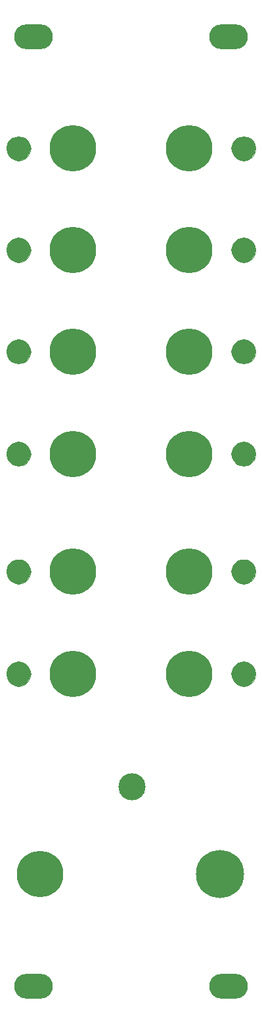
<source format=gbr>
G04 #@! TF.GenerationSoftware,KiCad,Pcbnew,8.0.4*
G04 #@! TF.CreationDate,2024-08-08T15:14:59+01:00*
G04 #@! TF.ProjectId,MidiMonger_panel,4d696469-4d6f-46e6-9765-725f70616e65,rev?*
G04 #@! TF.SameCoordinates,Original*
G04 #@! TF.FileFunction,Soldermask,Bot*
G04 #@! TF.FilePolarity,Negative*
%FSLAX46Y46*%
G04 Gerber Fmt 4.6, Leading zero omitted, Abs format (unit mm)*
G04 Created by KiCad (PCBNEW 8.0.4) date 2024-08-08 15:14:59*
%MOMM*%
%LPD*%
G01*
G04 APERTURE LIST*
%ADD10C,0.020000*%
%ADD11C,3.500000*%
%ADD12O,5.000000X3.200000*%
%ADD13C,6.000000*%
%ADD14C,6.200000*%
G04 APERTURE END LIST*
D10*
X105929151Y-50905472D02*
X106304151Y-51055472D01*
X106704151Y-51405472D01*
X106954151Y-51805472D01*
X107079151Y-52405472D01*
X106954151Y-53005472D01*
X106704151Y-53405472D01*
X106304151Y-53755472D01*
X105929151Y-53905472D01*
X105504151Y-53980472D01*
X105104151Y-53905472D01*
X104704151Y-53755472D01*
X104304151Y-53405472D01*
X104054151Y-53005472D01*
X103929151Y-52405472D01*
X104054151Y-51805472D01*
X104304151Y-51405472D01*
X104704151Y-51055472D01*
X105104151Y-50905472D01*
X105504151Y-50830472D01*
X105929151Y-50905472D01*
G36*
X105929151Y-50905472D02*
G01*
X106304151Y-51055472D01*
X106704151Y-51405472D01*
X106954151Y-51805472D01*
X107079151Y-52405472D01*
X106954151Y-53005472D01*
X106704151Y-53405472D01*
X106304151Y-53755472D01*
X105929151Y-53905472D01*
X105504151Y-53980472D01*
X105104151Y-53905472D01*
X104704151Y-53755472D01*
X104304151Y-53405472D01*
X104054151Y-53005472D01*
X103929151Y-52405472D01*
X104054151Y-51805472D01*
X104304151Y-51405472D01*
X104704151Y-51055472D01*
X105104151Y-50905472D01*
X105504151Y-50830472D01*
X105929151Y-50905472D01*
G37*
X105929151Y-64005472D02*
X106304151Y-64155472D01*
X106704151Y-64505472D01*
X106954151Y-64905472D01*
X107079151Y-65505472D01*
X106954151Y-66105472D01*
X106704151Y-66505472D01*
X106304151Y-66855472D01*
X105929151Y-67005472D01*
X105504151Y-67080472D01*
X105104151Y-67005472D01*
X104704151Y-66855472D01*
X104304151Y-66505472D01*
X104054151Y-66105472D01*
X103929151Y-65505472D01*
X104054151Y-64905472D01*
X104304151Y-64505472D01*
X104704151Y-64155472D01*
X105104151Y-64005472D01*
X105504151Y-63930472D01*
X105929151Y-64005472D01*
G36*
X105929151Y-64005472D02*
G01*
X106304151Y-64155472D01*
X106704151Y-64505472D01*
X106954151Y-64905472D01*
X107079151Y-65505472D01*
X106954151Y-66105472D01*
X106704151Y-66505472D01*
X106304151Y-66855472D01*
X105929151Y-67005472D01*
X105504151Y-67080472D01*
X105104151Y-67005472D01*
X104704151Y-66855472D01*
X104304151Y-66505472D01*
X104054151Y-66105472D01*
X103929151Y-65505472D01*
X104054151Y-64905472D01*
X104304151Y-64505472D01*
X104704151Y-64155472D01*
X105104151Y-64005472D01*
X105504151Y-63930472D01*
X105929151Y-64005472D01*
G37*
X105929151Y-77105472D02*
X106304151Y-77255472D01*
X106704151Y-77605472D01*
X106954151Y-78005472D01*
X107079151Y-78605472D01*
X106954151Y-79205472D01*
X106704151Y-79605472D01*
X106304151Y-79955472D01*
X105929151Y-80105472D01*
X105504151Y-80180472D01*
X105104151Y-80105472D01*
X104704151Y-79955472D01*
X104304151Y-79605472D01*
X104054151Y-79205472D01*
X103929151Y-78605472D01*
X104054151Y-78005472D01*
X104304151Y-77605472D01*
X104704151Y-77255472D01*
X105104151Y-77105472D01*
X105504151Y-77030472D01*
X105929151Y-77105472D01*
G36*
X105929151Y-77105472D02*
G01*
X106304151Y-77255472D01*
X106704151Y-77605472D01*
X106954151Y-78005472D01*
X107079151Y-78605472D01*
X106954151Y-79205472D01*
X106704151Y-79605472D01*
X106304151Y-79955472D01*
X105929151Y-80105472D01*
X105504151Y-80180472D01*
X105104151Y-80105472D01*
X104704151Y-79955472D01*
X104304151Y-79605472D01*
X104054151Y-79205472D01*
X103929151Y-78605472D01*
X104054151Y-78005472D01*
X104304151Y-77605472D01*
X104704151Y-77255472D01*
X105104151Y-77105472D01*
X105504151Y-77030472D01*
X105929151Y-77105472D01*
G37*
X105929151Y-90305472D02*
X106304151Y-90455472D01*
X106704151Y-90805472D01*
X106954151Y-91205472D01*
X107079151Y-91805472D01*
X106954151Y-92405472D01*
X106704151Y-92805472D01*
X106304151Y-93155472D01*
X105929151Y-93305472D01*
X105504151Y-93380472D01*
X105104151Y-93305472D01*
X104704151Y-93155472D01*
X104304151Y-92805472D01*
X104054151Y-92405472D01*
X103929151Y-91805472D01*
X104054151Y-91205472D01*
X104304151Y-90805472D01*
X104704151Y-90455472D01*
X105104151Y-90305472D01*
X105504151Y-90230472D01*
X105929151Y-90305472D01*
G36*
X105929151Y-90305472D02*
G01*
X106304151Y-90455472D01*
X106704151Y-90805472D01*
X106954151Y-91205472D01*
X107079151Y-91805472D01*
X106954151Y-92405472D01*
X106704151Y-92805472D01*
X106304151Y-93155472D01*
X105929151Y-93305472D01*
X105504151Y-93380472D01*
X105104151Y-93305472D01*
X104704151Y-93155472D01*
X104304151Y-92805472D01*
X104054151Y-92405472D01*
X103929151Y-91805472D01*
X104054151Y-91205472D01*
X104304151Y-90805472D01*
X104704151Y-90455472D01*
X105104151Y-90305472D01*
X105504151Y-90230472D01*
X105929151Y-90305472D01*
G37*
X105929151Y-105505472D02*
X106304151Y-105655472D01*
X106704151Y-106005472D01*
X106954151Y-106405472D01*
X107079151Y-107005472D01*
X106954151Y-107605472D01*
X106704151Y-108005472D01*
X106304151Y-108355472D01*
X105929151Y-108505472D01*
X105504151Y-108580472D01*
X105104151Y-108505472D01*
X104704151Y-108355472D01*
X104304151Y-108005472D01*
X104054151Y-107605472D01*
X103929151Y-107005472D01*
X104054151Y-106405472D01*
X104304151Y-106005472D01*
X104704151Y-105655472D01*
X105104151Y-105505472D01*
X105504151Y-105430472D01*
X105929151Y-105505472D01*
G36*
X105929151Y-105505472D02*
G01*
X106304151Y-105655472D01*
X106704151Y-106005472D01*
X106954151Y-106405472D01*
X107079151Y-107005472D01*
X106954151Y-107605472D01*
X106704151Y-108005472D01*
X106304151Y-108355472D01*
X105929151Y-108505472D01*
X105504151Y-108580472D01*
X105104151Y-108505472D01*
X104704151Y-108355472D01*
X104304151Y-108005472D01*
X104054151Y-107605472D01*
X103929151Y-107005472D01*
X104054151Y-106405472D01*
X104304151Y-106005472D01*
X104704151Y-105655472D01*
X105104151Y-105505472D01*
X105504151Y-105430472D01*
X105929151Y-105505472D01*
G37*
X105929151Y-118705472D02*
X106304151Y-118855472D01*
X106704151Y-119205472D01*
X106954151Y-119605472D01*
X107079151Y-120205472D01*
X106954151Y-120805472D01*
X106704151Y-121205472D01*
X106304151Y-121555472D01*
X105929151Y-121705472D01*
X105504151Y-121780472D01*
X105104151Y-121705472D01*
X104704151Y-121555472D01*
X104304151Y-121205472D01*
X104054151Y-120805472D01*
X103929151Y-120205472D01*
X104054151Y-119605472D01*
X104304151Y-119205472D01*
X104704151Y-118855472D01*
X105104151Y-118705472D01*
X105504151Y-118630472D01*
X105929151Y-118705472D01*
G36*
X105929151Y-118705472D02*
G01*
X106304151Y-118855472D01*
X106704151Y-119205472D01*
X106954151Y-119605472D01*
X107079151Y-120205472D01*
X106954151Y-120805472D01*
X106704151Y-121205472D01*
X106304151Y-121555472D01*
X105929151Y-121705472D01*
X105504151Y-121780472D01*
X105104151Y-121705472D01*
X104704151Y-121555472D01*
X104304151Y-121205472D01*
X104054151Y-120805472D01*
X103929151Y-120205472D01*
X104054151Y-119605472D01*
X104304151Y-119205472D01*
X104704151Y-118855472D01*
X105104151Y-118705472D01*
X105504151Y-118630472D01*
X105929151Y-118705472D01*
G37*
X134929151Y-50905472D02*
X135304151Y-51055472D01*
X135704151Y-51405472D01*
X135954151Y-51805472D01*
X136079151Y-52405472D01*
X135954151Y-53005472D01*
X135704151Y-53405472D01*
X135304151Y-53755472D01*
X134929151Y-53905472D01*
X134504151Y-53980472D01*
X134104151Y-53905472D01*
X133704151Y-53755472D01*
X133304151Y-53405472D01*
X133054151Y-53005472D01*
X132929151Y-52405472D01*
X133054151Y-51805472D01*
X133304151Y-51405472D01*
X133704151Y-51055472D01*
X134104151Y-50905472D01*
X134504151Y-50830472D01*
X134929151Y-50905472D01*
G36*
X134929151Y-50905472D02*
G01*
X135304151Y-51055472D01*
X135704151Y-51405472D01*
X135954151Y-51805472D01*
X136079151Y-52405472D01*
X135954151Y-53005472D01*
X135704151Y-53405472D01*
X135304151Y-53755472D01*
X134929151Y-53905472D01*
X134504151Y-53980472D01*
X134104151Y-53905472D01*
X133704151Y-53755472D01*
X133304151Y-53405472D01*
X133054151Y-53005472D01*
X132929151Y-52405472D01*
X133054151Y-51805472D01*
X133304151Y-51405472D01*
X133704151Y-51055472D01*
X134104151Y-50905472D01*
X134504151Y-50830472D01*
X134929151Y-50905472D01*
G37*
X134929151Y-64005472D02*
X135304151Y-64155472D01*
X135704151Y-64505472D01*
X135954151Y-64905472D01*
X136079151Y-65505472D01*
X135954151Y-66105472D01*
X135704151Y-66505472D01*
X135304151Y-66855472D01*
X134929151Y-67005472D01*
X134504151Y-67080472D01*
X134104151Y-67005472D01*
X133704151Y-66855472D01*
X133304151Y-66505472D01*
X133054151Y-66105472D01*
X132929151Y-65505472D01*
X133054151Y-64905472D01*
X133304151Y-64505472D01*
X133704151Y-64155472D01*
X134104151Y-64005472D01*
X134504151Y-63930472D01*
X134929151Y-64005472D01*
G36*
X134929151Y-64005472D02*
G01*
X135304151Y-64155472D01*
X135704151Y-64505472D01*
X135954151Y-64905472D01*
X136079151Y-65505472D01*
X135954151Y-66105472D01*
X135704151Y-66505472D01*
X135304151Y-66855472D01*
X134929151Y-67005472D01*
X134504151Y-67080472D01*
X134104151Y-67005472D01*
X133704151Y-66855472D01*
X133304151Y-66505472D01*
X133054151Y-66105472D01*
X132929151Y-65505472D01*
X133054151Y-64905472D01*
X133304151Y-64505472D01*
X133704151Y-64155472D01*
X134104151Y-64005472D01*
X134504151Y-63930472D01*
X134929151Y-64005472D01*
G37*
X134929151Y-77105472D02*
X135304151Y-77255472D01*
X135704151Y-77605472D01*
X135954151Y-78005472D01*
X136079151Y-78605472D01*
X135954151Y-79205472D01*
X135704151Y-79605472D01*
X135304151Y-79955472D01*
X134929151Y-80105472D01*
X134504151Y-80180472D01*
X134104151Y-80105472D01*
X133704151Y-79955472D01*
X133304151Y-79605472D01*
X133054151Y-79205472D01*
X132929151Y-78605472D01*
X133054151Y-78005472D01*
X133304151Y-77605472D01*
X133704151Y-77255472D01*
X134104151Y-77105472D01*
X134504151Y-77030472D01*
X134929151Y-77105472D01*
G36*
X134929151Y-77105472D02*
G01*
X135304151Y-77255472D01*
X135704151Y-77605472D01*
X135954151Y-78005472D01*
X136079151Y-78605472D01*
X135954151Y-79205472D01*
X135704151Y-79605472D01*
X135304151Y-79955472D01*
X134929151Y-80105472D01*
X134504151Y-80180472D01*
X134104151Y-80105472D01*
X133704151Y-79955472D01*
X133304151Y-79605472D01*
X133054151Y-79205472D01*
X132929151Y-78605472D01*
X133054151Y-78005472D01*
X133304151Y-77605472D01*
X133704151Y-77255472D01*
X134104151Y-77105472D01*
X134504151Y-77030472D01*
X134929151Y-77105472D01*
G37*
X134929151Y-90305472D02*
X135304151Y-90455472D01*
X135704151Y-90805472D01*
X135954151Y-91205472D01*
X136079151Y-91805472D01*
X135954151Y-92405472D01*
X135704151Y-92805472D01*
X135304151Y-93155472D01*
X134929151Y-93305472D01*
X134504151Y-93380472D01*
X134104151Y-93305472D01*
X133704151Y-93155472D01*
X133304151Y-92805472D01*
X133054151Y-92405472D01*
X132929151Y-91805472D01*
X133054151Y-91205472D01*
X133304151Y-90805472D01*
X133704151Y-90455472D01*
X134104151Y-90305472D01*
X134504151Y-90230472D01*
X134929151Y-90305472D01*
G36*
X134929151Y-90305472D02*
G01*
X135304151Y-90455472D01*
X135704151Y-90805472D01*
X135954151Y-91205472D01*
X136079151Y-91805472D01*
X135954151Y-92405472D01*
X135704151Y-92805472D01*
X135304151Y-93155472D01*
X134929151Y-93305472D01*
X134504151Y-93380472D01*
X134104151Y-93305472D01*
X133704151Y-93155472D01*
X133304151Y-92805472D01*
X133054151Y-92405472D01*
X132929151Y-91805472D01*
X133054151Y-91205472D01*
X133304151Y-90805472D01*
X133704151Y-90455472D01*
X134104151Y-90305472D01*
X134504151Y-90230472D01*
X134929151Y-90305472D01*
G37*
X134929151Y-105505472D02*
X135304151Y-105655472D01*
X135704151Y-106005472D01*
X135954151Y-106405472D01*
X136079151Y-107005472D01*
X135954151Y-107605472D01*
X135704151Y-108005472D01*
X135304151Y-108355472D01*
X134929151Y-108505472D01*
X134504151Y-108580472D01*
X134104151Y-108505472D01*
X133704151Y-108355472D01*
X133304151Y-108005472D01*
X133054151Y-107605472D01*
X132929151Y-107005472D01*
X133054151Y-106405472D01*
X133304151Y-106005472D01*
X133704151Y-105655472D01*
X134104151Y-105505472D01*
X134504151Y-105430472D01*
X134929151Y-105505472D01*
G36*
X134929151Y-105505472D02*
G01*
X135304151Y-105655472D01*
X135704151Y-106005472D01*
X135954151Y-106405472D01*
X136079151Y-107005472D01*
X135954151Y-107605472D01*
X135704151Y-108005472D01*
X135304151Y-108355472D01*
X134929151Y-108505472D01*
X134504151Y-108580472D01*
X134104151Y-108505472D01*
X133704151Y-108355472D01*
X133304151Y-108005472D01*
X133054151Y-107605472D01*
X132929151Y-107005472D01*
X133054151Y-106405472D01*
X133304151Y-106005472D01*
X133704151Y-105655472D01*
X134104151Y-105505472D01*
X134504151Y-105430472D01*
X134929151Y-105505472D01*
G37*
X134929151Y-118705472D02*
X135304151Y-118855472D01*
X135704151Y-119205472D01*
X135954151Y-119605472D01*
X136079151Y-120205472D01*
X135954151Y-120805472D01*
X135704151Y-121205472D01*
X135304151Y-121555472D01*
X134929151Y-121705472D01*
X134504151Y-121780472D01*
X134104151Y-121705472D01*
X133704151Y-121555472D01*
X133304151Y-121205472D01*
X133054151Y-120805472D01*
X132929151Y-120205472D01*
X133054151Y-119605472D01*
X133304151Y-119205472D01*
X133704151Y-118855472D01*
X134104151Y-118705472D01*
X134504151Y-118630472D01*
X134929151Y-118705472D01*
G36*
X134929151Y-118705472D02*
G01*
X135304151Y-118855472D01*
X135704151Y-119205472D01*
X135954151Y-119605472D01*
X136079151Y-120205472D01*
X135954151Y-120805472D01*
X135704151Y-121205472D01*
X135304151Y-121555472D01*
X134929151Y-121705472D01*
X134504151Y-121780472D01*
X134104151Y-121705472D01*
X133704151Y-121555472D01*
X133304151Y-121205472D01*
X133054151Y-120805472D01*
X132929151Y-120205472D01*
X133054151Y-119605472D01*
X133304151Y-119205472D01*
X133704151Y-118855472D01*
X134104151Y-118705472D01*
X134504151Y-118630472D01*
X134929151Y-118705472D01*
G37*
D11*
X120100000Y-134800000D03*
D12*
X107400000Y-160500000D03*
X132600000Y-160500000D03*
X107400000Y-38000000D03*
X132600000Y-38000000D03*
D13*
X112500000Y-52400000D03*
X112500000Y-91800000D03*
X127500000Y-78600000D03*
X127500000Y-107000000D03*
X127500000Y-65500000D03*
X127500000Y-91800000D03*
X112500000Y-78600000D03*
X108300000Y-146000000D03*
X127500000Y-120200000D03*
X112500000Y-65500000D03*
D14*
X131500000Y-146000000D03*
D13*
X112500000Y-107000000D03*
X127500000Y-52400000D03*
X112500000Y-120200000D03*
M02*

</source>
